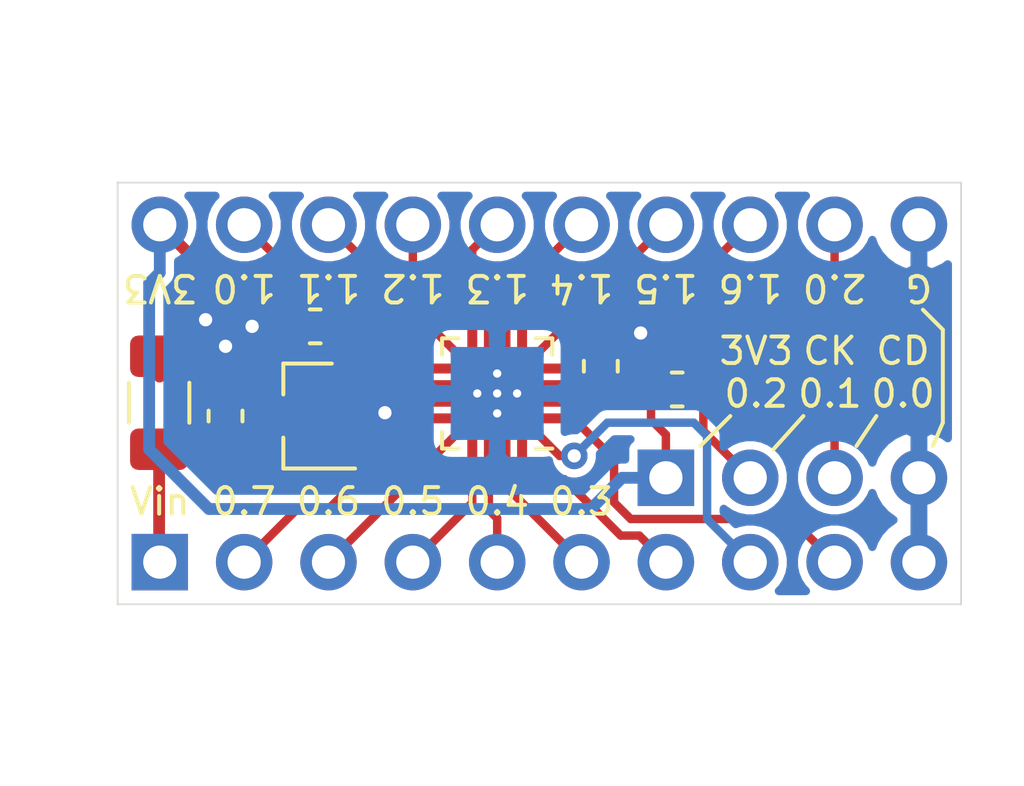
<source format=kicad_pcb>
(kicad_pcb (version 20171130) (host pcbnew 5.1.5-52549c5~84~ubuntu18.04.1)

  (general
    (thickness 1.6)
    (drawings 29)
    (tracks 124)
    (zones 0)
    (modules 10)
    (nets 21)
  )

  (page A4)
  (layers
    (0 F.Cu signal)
    (31 B.Cu signal)
    (32 B.Adhes user)
    (33 F.Adhes user)
    (34 B.Paste user)
    (35 F.Paste user)
    (36 B.SilkS user)
    (37 F.SilkS user)
    (38 B.Mask user)
    (39 F.Mask user)
    (40 Dwgs.User user)
    (41 Cmts.User user)
    (42 Eco1.User user)
    (43 Eco2.User user)
    (44 Edge.Cuts user)
    (45 Margin user)
    (46 B.CrtYd user)
    (47 F.CrtYd user)
    (48 B.Fab user)
    (49 F.Fab user)
  )

  (setup
    (last_trace_width 0.3556)
    (user_trace_width 0.1524)
    (user_trace_width 0.2032)
    (user_trace_width 0.254)
    (user_trace_width 0.3048)
    (user_trace_width 0.3556)
    (trace_clearance 0.2)
    (zone_clearance 0.25)
    (zone_45_only no)
    (trace_min 0.1524)
    (via_size 0.8)
    (via_drill 0.4)
    (via_min_size 0.4)
    (via_min_drill 0.2)
    (user_via 0.5 0.25)
    (user_via 0.8 0.4)
    (uvia_size 0.3)
    (uvia_drill 0.1)
    (uvias_allowed no)
    (uvia_min_size 0.2)
    (uvia_min_drill 0.1)
    (edge_width 0.05)
    (segment_width 0.2)
    (pcb_text_width 0.3)
    (pcb_text_size 1.5 1.5)
    (mod_edge_width 0.12)
    (mod_text_size 1 1)
    (mod_text_width 0.15)
    (pad_size 1.7 1.7)
    (pad_drill 1)
    (pad_to_mask_clearance 0.051)
    (solder_mask_min_width 0.25)
    (aux_axis_origin 0 0)
    (visible_elements FFFFFF7F)
    (pcbplotparams
      (layerselection 0x010fc_ffffffff)
      (usegerberextensions false)
      (usegerberattributes false)
      (usegerberadvancedattributes false)
      (creategerberjobfile false)
      (excludeedgelayer true)
      (linewidth 0.100000)
      (plotframeref false)
      (viasonmask false)
      (mode 1)
      (useauxorigin false)
      (hpglpennumber 1)
      (hpglpenspeed 20)
      (hpglpendiameter 15.000000)
      (psnegative false)
      (psa4output false)
      (plotreference true)
      (plotvalue true)
      (plotinvisibletext false)
      (padsonsilk false)
      (subtractmaskfromsilk false)
      (outputformat 1)
      (mirror false)
      (drillshape 1)
      (scaleselection 1)
      (outputdirectory ""))
  )

  (net 0 "")
  (net 1 GND)
  (net 2 +5V)
  (net 3 +3V3)
  (net 4 /C2CK)
  (net 5 /P0.0)
  (net 6 /P0.1)
  (net 7 /P0.2)
  (net 8 /P0.3)
  (net 9 /P0.4)
  (net 10 /P0.5)
  (net 11 /P0.6)
  (net 12 /P0.7)
  (net 13 /P1.0)
  (net 14 /P1.1)
  (net 15 /P1.2)
  (net 16 /P1.3)
  (net 17 /P1.4)
  (net 18 /P1.5)
  (net 19 /P1.6)
  (net 20 /P2.0)

  (net_class Default "This is the default net class."
    (clearance 0.2)
    (trace_width 0.2)
    (via_dia 0.8)
    (via_drill 0.4)
    (uvia_dia 0.3)
    (uvia_drill 0.1)
    (add_net +3V3)
    (add_net +5V)
    (add_net /C2CK)
    (add_net /P0.0)
    (add_net /P0.1)
    (add_net /P0.2)
    (add_net /P0.3)
    (add_net /P0.4)
    (add_net /P0.5)
    (add_net /P0.6)
    (add_net /P0.7)
    (add_net /P1.0)
    (add_net /P1.1)
    (add_net /P1.2)
    (add_net /P1.3)
    (add_net /P1.4)
    (add_net /P1.5)
    (add_net /P1.6)
    (add_net /P2.0)
    (add_net GND)
  )

  (module Package_DFN_QFN:SiliconLabs_QFN-20-1EP_3x3mm_P0.5mm_ThermalVias (layer F.Cu) (tedit 5E15BF5E) (tstamp 5E15EFB5)
    (at 157.48 96.52 180)
    (descr "20-Lead Plastic Quad Flat, No Lead Package - 3x3 mm Body [QFN] with corner pads and thermal vias; see figure 8.2 of https://www.silabs.com/documents/public/data-sheets/efm8bb1-datasheet.pdf")
    (tags "QFN 0.5")
    (path /5E17296B)
    (attr smd)
    (fp_text reference U1 (at 0 -3 180) (layer F.SilkS) hide
      (effects (font (size 1 1) (thickness 0.15)))
    )
    (fp_text value EFM8BB10F8G-A-QFN20 (at 0 3 180) (layer F.Fab)
      (effects (font (size 1 1) (thickness 0.15)))
    )
    (fp_line (start -1.66 -1.66) (end -1.16 -1.66) (layer F.SilkS) (width 0.12))
    (fp_line (start 1.66 1.66) (end 1.66 1.16) (layer F.SilkS) (width 0.12))
    (fp_line (start 1.16 1.66) (end 1.66 1.66) (layer F.SilkS) (width 0.12))
    (fp_line (start -1.66 1.66) (end -1.66 1.16) (layer F.SilkS) (width 0.12))
    (fp_line (start -1.16 1.66) (end -1.66 1.66) (layer F.SilkS) (width 0.12))
    (fp_line (start 1.66 -1.66) (end 1.66 -1.16) (layer F.SilkS) (width 0.12))
    (fp_line (start 1.16 -1.66) (end 1.66 -1.66) (layer F.SilkS) (width 0.12))
    (fp_line (start 2.25 -2.25) (end -2.25 -2.25) (layer F.CrtYd) (width 0.05))
    (fp_line (start 2.25 2.25) (end 2.25 -2.25) (layer F.CrtYd) (width 0.05))
    (fp_line (start -2.25 2.25) (end 2.25 2.25) (layer F.CrtYd) (width 0.05))
    (fp_line (start -2.25 -2.25) (end -2.25 2.25) (layer F.CrtYd) (width 0.05))
    (fp_line (start 1.5 -1.5) (end 1.5 1.5) (layer F.Fab) (width 0.1))
    (fp_line (start -0.5 -1.5) (end 1.5 -1.5) (layer F.Fab) (width 0.1))
    (fp_line (start -1.5 -0.5) (end -0.5 -1.5) (layer F.Fab) (width 0.1))
    (fp_line (start -1.5 1.5) (end -1.5 -0.5) (layer F.Fab) (width 0.1))
    (fp_line (start 1.5 1.5) (end -1.5 1.5) (layer F.Fab) (width 0.1))
    (fp_text user %R (at 0 0 180) (layer F.Fab)
      (effects (font (size 0.65 0.65) (thickness 0.125)))
    )
    (pad 21 thru_hole circle (at 0.6 0 180) (size 0.5 0.5) (drill 0.25) (layers *.Cu)
      (net 1 GND))
    (pad 21 thru_hole circle (at 0 0.6 180) (size 0.5 0.5) (drill 0.25) (layers *.Cu)
      (net 1 GND))
    (pad 21 thru_hole circle (at 0 0 180) (size 0.5 0.5) (drill 0.25) (layers *.Cu)
      (net 1 GND))
    (pad 21 thru_hole circle (at 0 -0.6 180) (size 0.5 0.5) (drill 0.25) (layers *.Cu)
      (net 1 GND))
    (pad 21 thru_hole circle (at -0.6 0 180) (size 0.5 0.5) (drill 0.25) (layers *.Cu)
      (net 1 GND))
    (pad "" smd rect (at 0.45 0.45 180) (size 0.54 0.54) (layers F.Paste))
    (pad "" smd rect (at 0.45 -0.45 180) (size 0.54 0.54) (layers F.Paste))
    (pad "" smd rect (at -0.45 0.45 180) (size 0.54 0.54) (layers F.Paste))
    (pad "" smd rect (at -0.45 -0.45 180) (size 0.54 0.54) (layers F.Paste))
    (pad 21 smd rect (at 0 0 180) (size 1.8 1.8) (layers F.Cu F.Mask)
      (net 1 GND))
    (pad 21 smd rect (at 0 0 180) (size 2.8 2.8) (layers B.Cu)
      (net 1 GND))
    (pad 20 smd rect (at -0.75 -1.55 270) (size 0.9 0.3) (layers F.Cu F.Paste F.Mask)
      (net 7 /P0.2))
    (pad 19 smd rect (at -0.25 -1.55 270) (size 0.9 0.3) (layers F.Cu F.Paste F.Mask)
      (net 8 /P0.3))
    (pad 18 smd rect (at 0.25 -1.55 270) (size 0.9 0.3) (layers F.Cu F.Paste F.Mask)
      (net 9 /P0.4))
    (pad 17 smd rect (at 0.75 -1.55 270) (size 0.9 0.3) (layers F.Cu F.Paste F.Mask)
      (net 10 /P0.5))
    (pad 16 smd rect (at 1.25 -1.25 180) (size 0.3 0.3) (layers F.Cu F.Paste F.Mask)
      (net 11 /P0.6))
    (pad 15 smd rect (at 1.55 -0.75 180) (size 0.9 0.3) (layers F.Cu F.Paste F.Mask)
      (net 12 /P0.7))
    (pad 14 smd rect (at 1.55 -0.25 180) (size 0.9 0.3) (layers F.Cu F.Paste F.Mask)
      (net 13 /P1.0))
    (pad 13 smd rect (at 1.55 0.25 180) (size 0.9 0.3) (layers F.Cu F.Paste F.Mask)
      (net 14 /P1.1))
    (pad 12 smd rect (at 1.55 0.75 180) (size 0.9 0.3) (layers F.Cu F.Paste F.Mask)
      (net 1 GND))
    (pad 11 smd rect (at 1.25 1.25 180) (size 0.3 0.3) (layers F.Cu F.Paste F.Mask)
      (net 15 /P1.2))
    (pad 10 smd rect (at 0.75 1.55 270) (size 0.9 0.3) (layers F.Cu F.Paste F.Mask)
      (net 16 /P1.3))
    (pad 9 smd rect (at 0.25 1.55 270) (size 0.9 0.3) (layers F.Cu F.Paste F.Mask)
      (net 17 /P1.4))
    (pad 8 smd rect (at -0.25 1.55 270) (size 0.9 0.3) (layers F.Cu F.Paste F.Mask)
      (net 18 /P1.5))
    (pad 7 smd rect (at -0.75 1.55 270) (size 0.9 0.3) (layers F.Cu F.Paste F.Mask)
      (net 19 /P1.6))
    (pad 6 smd rect (at -1.25 1.25 180) (size 0.3 0.3) (layers F.Cu F.Paste F.Mask)
      (net 20 /P2.0))
    (pad 5 smd rect (at -1.55 0.75 180) (size 0.9 0.3) (layers F.Cu F.Paste F.Mask)
      (net 4 /C2CK))
    (pad 4 smd rect (at -1.55 0.25 180) (size 0.9 0.3) (layers F.Cu F.Paste F.Mask)
      (net 3 +3V3))
    (pad 3 smd rect (at -1.55 -0.25 180) (size 0.9 0.3) (layers F.Cu F.Paste F.Mask)
      (net 1 GND))
    (pad 2 smd rect (at -1.55 -0.75 180) (size 0.9 0.3) (layers F.Cu F.Paste F.Mask)
      (net 5 /P0.0))
    (pad 1 smd rect (at -1.25 -1.25 180) (size 0.3 0.3) (layers F.Cu F.Paste F.Mask)
      (net 6 /P0.1))
    (model ${KISYS3DMOD}/Package_DFN_QFN.3dshapes/SiliconLabs_QFN-20-1EP_3x3mm_P0.5mm.wrl
      (at (xyz 0 0 0))
      (scale (xyz 1 1 1))
      (rotate (xyz 0 0 0))
    )
  )

  (module Connector_PinHeader_2.54mm:PinHeader_1x04_P2.54mm_Vertical (layer F.Cu) (tedit 5E15B90E) (tstamp 5E15A973)
    (at 162.56 99.06 90)
    (descr "Through hole straight pin header, 1x04, 2.54mm pitch, single row")
    (tags "Through hole pin header THT 1x04 2.54mm single row")
    (path /5E1746BD)
    (fp_text reference J3 (at 0 -2.33 90) (layer F.SilkS) hide
      (effects (font (size 1 1) (thickness 0.15)))
    )
    (fp_text value Conn_01x04_Male (at 0 9.95 90) (layer F.Fab)
      (effects (font (size 1 1) (thickness 0.15)))
    )
    (fp_text user %R (at 0 3.81 180) (layer F.Fab)
      (effects (font (size 1 1) (thickness 0.15)))
    )
    (fp_line (start 1.8 -1.8) (end -1.8 -1.8) (layer F.CrtYd) (width 0.05))
    (fp_line (start 1.8 9.4) (end 1.8 -1.8) (layer F.CrtYd) (width 0.05))
    (fp_line (start -1.8 9.4) (end 1.8 9.4) (layer F.CrtYd) (width 0.05))
    (fp_line (start -1.8 -1.8) (end -1.8 9.4) (layer F.CrtYd) (width 0.05))
    (fp_line (start -1.27 -0.635) (end -0.635 -1.27) (layer F.Fab) (width 0.1))
    (fp_line (start -1.27 8.89) (end -1.27 -0.635) (layer F.Fab) (width 0.1))
    (fp_line (start 1.27 8.89) (end -1.27 8.89) (layer F.Fab) (width 0.1))
    (fp_line (start 1.27 -1.27) (end 1.27 8.89) (layer F.Fab) (width 0.1))
    (fp_line (start -0.635 -1.27) (end 1.27 -1.27) (layer F.Fab) (width 0.1))
    (pad 4 thru_hole oval (at 0 7.62 90) (size 1.7 1.7) (drill 1) (layers *.Cu *.Mask)
      (net 1 GND))
    (pad 3 thru_hole oval (at 0 5.08 90) (size 1.7 1.7) (drill 1) (layers *.Cu *.Mask)
      (net 20 /P2.0))
    (pad 2 thru_hole oval (at 0 2.54 90) (size 1.7 1.7) (drill 1) (layers *.Cu *.Mask)
      (net 4 /C2CK))
    (pad 1 thru_hole rect (at 0 0 90) (size 1.7 1.7) (drill 1) (layers *.Cu *.Mask)
      (net 3 +3V3))
    (model ${KISYS3DMOD}/Connector_PinHeader_2.54mm.3dshapes/PinHeader_1x04_P2.54mm_Vertical.wrl
      (at (xyz 0 0 0))
      (scale (xyz 1 1 1))
      (rotate (xyz 0 0 0))
    )
  )

  (module Connector_PinHeader_2.54mm:PinHeader_1x10_P2.54mm_Vertical (layer F.Cu) (tedit 5E15B8FA) (tstamp 5E15B883)
    (at 147.32 101.6 90)
    (descr "Through hole straight pin header, 1x10, 2.54mm pitch, single row")
    (tags "Through hole pin header THT 1x10 2.54mm single row")
    (path /5E17B788)
    (fp_text reference J1 (at 0 -2.33 90) (layer F.SilkS) hide
      (effects (font (size 1 1) (thickness 0.15)))
    )
    (fp_text value Conn_01x10_Male (at 0 25.19 90) (layer F.Fab)
      (effects (font (size 1 1) (thickness 0.15)))
    )
    (fp_text user %R (at 0 11.43 180) (layer F.Fab)
      (effects (font (size 1 1) (thickness 0.15)))
    )
    (fp_line (start 1.8 -1.8) (end -1.8 -1.8) (layer F.CrtYd) (width 0.05))
    (fp_line (start 1.8 24.65) (end 1.8 -1.8) (layer F.CrtYd) (width 0.05))
    (fp_line (start -1.8 24.65) (end 1.8 24.65) (layer F.CrtYd) (width 0.05))
    (fp_line (start -1.8 -1.8) (end -1.8 24.65) (layer F.CrtYd) (width 0.05))
    (fp_line (start -1.27 -0.635) (end -0.635 -1.27) (layer F.Fab) (width 0.1))
    (fp_line (start -1.27 24.13) (end -1.27 -0.635) (layer F.Fab) (width 0.1))
    (fp_line (start 1.27 24.13) (end -1.27 24.13) (layer F.Fab) (width 0.1))
    (fp_line (start 1.27 -1.27) (end 1.27 24.13) (layer F.Fab) (width 0.1))
    (fp_line (start -0.635 -1.27) (end 1.27 -1.27) (layer F.Fab) (width 0.1))
    (pad 10 thru_hole oval (at 0 22.86 90) (size 1.7 1.7) (drill 1) (layers *.Cu *.Mask)
      (net 1 GND))
    (pad 9 thru_hole oval (at 0 20.32 90) (size 1.7 1.7) (drill 1) (layers *.Cu *.Mask)
      (net 5 /P0.0))
    (pad 8 thru_hole oval (at 0 17.78 90) (size 1.7 1.7) (drill 1) (layers *.Cu *.Mask)
      (net 6 /P0.1))
    (pad 7 thru_hole oval (at 0 15.24 90) (size 1.7 1.7) (drill 1) (layers *.Cu *.Mask)
      (net 7 /P0.2))
    (pad 6 thru_hole oval (at 0 12.7 90) (size 1.7 1.7) (drill 1) (layers *.Cu *.Mask)
      (net 8 /P0.3))
    (pad 5 thru_hole oval (at 0 10.16 90) (size 1.7 1.7) (drill 1) (layers *.Cu *.Mask)
      (net 9 /P0.4))
    (pad 4 thru_hole oval (at 0 7.62 90) (size 1.7 1.7) (drill 1) (layers *.Cu *.Mask)
      (net 10 /P0.5))
    (pad 3 thru_hole oval (at 0 5.08 90) (size 1.7 1.7) (drill 1) (layers *.Cu *.Mask)
      (net 11 /P0.6))
    (pad 2 thru_hole oval (at 0 2.54 90) (size 1.7 1.7) (drill 1) (layers *.Cu *.Mask)
      (net 12 /P0.7))
    (pad 1 thru_hole rect (at 0 0 90) (size 1.7 1.7) (drill 1) (layers *.Cu *.Mask)
      (net 2 +5V))
    (model ${KISYS3DMOD}/Connector_PinHeader_2.54mm.3dshapes/PinHeader_1x10_P2.54mm_Vertical.wrl
      (at (xyz 0 0 0))
      (scale (xyz 1 1 1))
      (rotate (xyz 0 0 0))
    )
  )

  (module Connector_PinHeader_2.54mm:PinHeader_1x10_P2.54mm_Vertical (layer F.Cu) (tedit 5E15B8E6) (tstamp 5E15A95B)
    (at 170.18 91.44 270)
    (descr "Through hole straight pin header, 1x10, 2.54mm pitch, single row")
    (tags "Through hole pin header THT 1x10 2.54mm single row")
    (path /5E17BE25)
    (fp_text reference J2 (at 0 -2.33 270) (layer F.SilkS) hide
      (effects (font (size 1 1) (thickness 0.15)))
    )
    (fp_text value Conn_01x10_Male (at 0 25.19 270) (layer F.Fab)
      (effects (font (size 1 1) (thickness 0.15)))
    )
    (fp_text user %R (at 0 11.43) (layer F.Fab)
      (effects (font (size 1 1) (thickness 0.15)))
    )
    (fp_line (start 1.8 -1.8) (end -1.8 -1.8) (layer F.CrtYd) (width 0.05))
    (fp_line (start 1.8 24.65) (end 1.8 -1.8) (layer F.CrtYd) (width 0.05))
    (fp_line (start -1.8 24.65) (end 1.8 24.65) (layer F.CrtYd) (width 0.05))
    (fp_line (start -1.8 -1.8) (end -1.8 24.65) (layer F.CrtYd) (width 0.05))
    (fp_line (start -1.27 -0.635) (end -0.635 -1.27) (layer F.Fab) (width 0.1))
    (fp_line (start -1.27 24.13) (end -1.27 -0.635) (layer F.Fab) (width 0.1))
    (fp_line (start 1.27 24.13) (end -1.27 24.13) (layer F.Fab) (width 0.1))
    (fp_line (start 1.27 -1.27) (end 1.27 24.13) (layer F.Fab) (width 0.1))
    (fp_line (start -0.635 -1.27) (end 1.27 -1.27) (layer F.Fab) (width 0.1))
    (pad 10 thru_hole oval (at 0 22.86 270) (size 1.7 1.7) (drill 1) (layers *.Cu *.Mask)
      (net 3 +3V3))
    (pad 9 thru_hole oval (at 0 20.32 270) (size 1.7 1.7) (drill 1) (layers *.Cu *.Mask)
      (net 13 /P1.0))
    (pad 8 thru_hole oval (at 0 17.78 270) (size 1.7 1.7) (drill 1) (layers *.Cu *.Mask)
      (net 14 /P1.1))
    (pad 7 thru_hole oval (at 0 15.24 270) (size 1.7 1.7) (drill 1) (layers *.Cu *.Mask)
      (net 15 /P1.2))
    (pad 6 thru_hole oval (at 0 12.7 270) (size 1.7 1.7) (drill 1) (layers *.Cu *.Mask)
      (net 16 /P1.3))
    (pad 5 thru_hole oval (at 0 10.16 270) (size 1.7 1.7) (drill 1) (layers *.Cu *.Mask)
      (net 17 /P1.4))
    (pad 4 thru_hole oval (at 0 7.62 270) (size 1.7 1.7) (drill 1) (layers *.Cu *.Mask)
      (net 18 /P1.5))
    (pad 3 thru_hole oval (at 0 5.08 270) (size 1.7 1.7) (drill 1) (layers *.Cu *.Mask)
      (net 19 /P1.6))
    (pad 2 thru_hole oval (at 0 2.54 270) (size 1.7 1.7) (drill 1) (layers *.Cu *.Mask)
      (net 20 /P2.0))
    (pad 1 thru_hole oval (at 0 0 270) (size 1.7 1.7) (drill 1) (layers *.Cu *.Mask)
      (net 1 GND))
    (model ${KISYS3DMOD}/Connector_PinHeader_2.54mm.3dshapes/PinHeader_1x10_P2.54mm_Vertical.wrl
      (at (xyz 0 0 0))
      (scale (xyz 1 1 1))
      (rotate (xyz 0 0 0))
    )
  )

  (module Package_TO_SOT_SMD:SOT-23 (layer F.Cu) (tedit 5A02FF57) (tstamp 5E15A9E7)
    (at 151.8 97.2 180)
    (descr "SOT-23, Standard")
    (tags SOT-23)
    (path /5E188FEF)
    (attr smd)
    (fp_text reference U2 (at 0 -2.5) (layer F.SilkS) hide
      (effects (font (size 1 1) (thickness 0.15)))
    )
    (fp_text value MCP1700-3302E_SOT23 (at 0 2.5) (layer F.Fab)
      (effects (font (size 1 1) (thickness 0.15)))
    )
    (fp_line (start 0.76 1.58) (end -0.7 1.58) (layer F.SilkS) (width 0.12))
    (fp_line (start 0.76 -1.58) (end -1.4 -1.58) (layer F.SilkS) (width 0.12))
    (fp_line (start -1.7 1.75) (end -1.7 -1.75) (layer F.CrtYd) (width 0.05))
    (fp_line (start 1.7 1.75) (end -1.7 1.75) (layer F.CrtYd) (width 0.05))
    (fp_line (start 1.7 -1.75) (end 1.7 1.75) (layer F.CrtYd) (width 0.05))
    (fp_line (start -1.7 -1.75) (end 1.7 -1.75) (layer F.CrtYd) (width 0.05))
    (fp_line (start 0.76 -1.58) (end 0.76 -0.65) (layer F.SilkS) (width 0.12))
    (fp_line (start 0.76 1.58) (end 0.76 0.65) (layer F.SilkS) (width 0.12))
    (fp_line (start -0.7 1.52) (end 0.7 1.52) (layer F.Fab) (width 0.1))
    (fp_line (start 0.7 -1.52) (end 0.7 1.52) (layer F.Fab) (width 0.1))
    (fp_line (start -0.7 -0.95) (end -0.15 -1.52) (layer F.Fab) (width 0.1))
    (fp_line (start -0.15 -1.52) (end 0.7 -1.52) (layer F.Fab) (width 0.1))
    (fp_line (start -0.7 -0.95) (end -0.7 1.5) (layer F.Fab) (width 0.1))
    (fp_text user %R (at 0 0 90) (layer F.Fab)
      (effects (font (size 0.5 0.5) (thickness 0.075)))
    )
    (pad 3 smd rect (at 1 0 180) (size 0.9 0.8) (layers F.Cu F.Paste F.Mask)
      (net 2 +5V))
    (pad 2 smd rect (at -1 0.95 180) (size 0.9 0.8) (layers F.Cu F.Paste F.Mask)
      (net 3 +3V3))
    (pad 1 smd rect (at -1 -0.95 180) (size 0.9 0.8) (layers F.Cu F.Paste F.Mask)
      (net 1 GND))
    (model ${KISYS3DMOD}/Package_TO_SOT_SMD.3dshapes/SOT-23.wrl
      (at (xyz 0 0 0))
      (scale (xyz 1 1 1))
      (rotate (xyz 0 0 0))
    )
  )

  (module Resistor_SMD:R_0603_1608Metric (layer F.Cu) (tedit 5B301BBD) (tstamp 5E15A984)
    (at 162.9 96.4)
    (descr "Resistor SMD 0603 (1608 Metric), square (rectangular) end terminal, IPC_7351 nominal, (Body size source: http://www.tortai-tech.com/upload/download/2011102023233369053.pdf), generated with kicad-footprint-generator")
    (tags resistor)
    (path /5E1733F6)
    (attr smd)
    (fp_text reference R1 (at 0 -1.43) (layer F.SilkS) hide
      (effects (font (size 1 1) (thickness 0.15)))
    )
    (fp_text value 1k (at 0 1.43) (layer F.Fab)
      (effects (font (size 1 1) (thickness 0.15)))
    )
    (fp_text user %R (at 0 0) (layer F.Fab)
      (effects (font (size 0.4 0.4) (thickness 0.06)))
    )
    (fp_line (start 1.48 0.73) (end -1.48 0.73) (layer F.CrtYd) (width 0.05))
    (fp_line (start 1.48 -0.73) (end 1.48 0.73) (layer F.CrtYd) (width 0.05))
    (fp_line (start -1.48 -0.73) (end 1.48 -0.73) (layer F.CrtYd) (width 0.05))
    (fp_line (start -1.48 0.73) (end -1.48 -0.73) (layer F.CrtYd) (width 0.05))
    (fp_line (start -0.162779 0.51) (end 0.162779 0.51) (layer F.SilkS) (width 0.12))
    (fp_line (start -0.162779 -0.51) (end 0.162779 -0.51) (layer F.SilkS) (width 0.12))
    (fp_line (start 0.8 0.4) (end -0.8 0.4) (layer F.Fab) (width 0.1))
    (fp_line (start 0.8 -0.4) (end 0.8 0.4) (layer F.Fab) (width 0.1))
    (fp_line (start -0.8 -0.4) (end 0.8 -0.4) (layer F.Fab) (width 0.1))
    (fp_line (start -0.8 0.4) (end -0.8 -0.4) (layer F.Fab) (width 0.1))
    (pad 2 smd roundrect (at 0.7875 0) (size 0.875 0.95) (layers F.Cu F.Paste F.Mask) (roundrect_rratio 0.25)
      (net 4 /C2CK))
    (pad 1 smd roundrect (at -0.7875 0) (size 0.875 0.95) (layers F.Cu F.Paste F.Mask) (roundrect_rratio 0.25)
      (net 3 +3V3))
    (model ${KISYS3DMOD}/Resistor_SMD.3dshapes/R_0603_1608Metric.wrl
      (at (xyz 0 0 0))
      (scale (xyz 1 1 1))
      (rotate (xyz 0 0 0))
    )
  )

  (module Capacitor_SMD:C_1206_3216Metric (layer F.Cu) (tedit 5B301BBE) (tstamp 5E15B80B)
    (at 147.3 96.8 90)
    (descr "Capacitor SMD 1206 (3216 Metric), square (rectangular) end terminal, IPC_7351 nominal, (Body size source: http://www.tortai-tech.com/upload/download/2011102023233369053.pdf), generated with kicad-footprint-generator")
    (tags capacitor)
    (path /5E173D05)
    (attr smd)
    (fp_text reference C4 (at 0 -1.82 90) (layer F.SilkS) hide
      (effects (font (size 1 1) (thickness 0.15)))
    )
    (fp_text value 10u (at 0 1.82 90) (layer F.Fab)
      (effects (font (size 1 1) (thickness 0.15)))
    )
    (fp_text user %R (at 0 0 90) (layer F.Fab)
      (effects (font (size 0.8 0.8) (thickness 0.12)))
    )
    (fp_line (start 2.28 1.12) (end -2.28 1.12) (layer F.CrtYd) (width 0.05))
    (fp_line (start 2.28 -1.12) (end 2.28 1.12) (layer F.CrtYd) (width 0.05))
    (fp_line (start -2.28 -1.12) (end 2.28 -1.12) (layer F.CrtYd) (width 0.05))
    (fp_line (start -2.28 1.12) (end -2.28 -1.12) (layer F.CrtYd) (width 0.05))
    (fp_line (start -0.602064 0.91) (end 0.602064 0.91) (layer F.SilkS) (width 0.12))
    (fp_line (start -0.602064 -0.91) (end 0.602064 -0.91) (layer F.SilkS) (width 0.12))
    (fp_line (start 1.6 0.8) (end -1.6 0.8) (layer F.Fab) (width 0.1))
    (fp_line (start 1.6 -0.8) (end 1.6 0.8) (layer F.Fab) (width 0.1))
    (fp_line (start -1.6 -0.8) (end 1.6 -0.8) (layer F.Fab) (width 0.1))
    (fp_line (start -1.6 0.8) (end -1.6 -0.8) (layer F.Fab) (width 0.1))
    (pad 2 smd roundrect (at 1.4 0 90) (size 1.25 1.75) (layers F.Cu F.Paste F.Mask) (roundrect_rratio 0.2)
      (net 1 GND))
    (pad 1 smd roundrect (at -1.4 0 90) (size 1.25 1.75) (layers F.Cu F.Paste F.Mask) (roundrect_rratio 0.2)
      (net 2 +5V))
    (model ${KISYS3DMOD}/Capacitor_SMD.3dshapes/C_1206_3216Metric.wrl
      (at (xyz 0 0 0))
      (scale (xyz 1 1 1))
      (rotate (xyz 0 0 0))
    )
  )

  (module Capacitor_SMD:C_0603_1608Metric (layer F.Cu) (tedit 5B301BBE) (tstamp 5E15A90E)
    (at 152 94.5 180)
    (descr "Capacitor SMD 0603 (1608 Metric), square (rectangular) end terminal, IPC_7351 nominal, (Body size source: http://www.tortai-tech.com/upload/download/2011102023233369053.pdf), generated with kicad-footprint-generator")
    (tags capacitor)
    (path /5E188124)
    (attr smd)
    (fp_text reference C3 (at 0 -1.43) (layer F.SilkS) hide
      (effects (font (size 1 1) (thickness 0.15)))
    )
    (fp_text value 1u (at 0 1.43) (layer F.Fab)
      (effects (font (size 1 1) (thickness 0.15)))
    )
    (fp_text user %R (at 0 0) (layer F.Fab)
      (effects (font (size 0.4 0.4) (thickness 0.06)))
    )
    (fp_line (start 1.48 0.73) (end -1.48 0.73) (layer F.CrtYd) (width 0.05))
    (fp_line (start 1.48 -0.73) (end 1.48 0.73) (layer F.CrtYd) (width 0.05))
    (fp_line (start -1.48 -0.73) (end 1.48 -0.73) (layer F.CrtYd) (width 0.05))
    (fp_line (start -1.48 0.73) (end -1.48 -0.73) (layer F.CrtYd) (width 0.05))
    (fp_line (start -0.162779 0.51) (end 0.162779 0.51) (layer F.SilkS) (width 0.12))
    (fp_line (start -0.162779 -0.51) (end 0.162779 -0.51) (layer F.SilkS) (width 0.12))
    (fp_line (start 0.8 0.4) (end -0.8 0.4) (layer F.Fab) (width 0.1))
    (fp_line (start 0.8 -0.4) (end 0.8 0.4) (layer F.Fab) (width 0.1))
    (fp_line (start -0.8 -0.4) (end 0.8 -0.4) (layer F.Fab) (width 0.1))
    (fp_line (start -0.8 0.4) (end -0.8 -0.4) (layer F.Fab) (width 0.1))
    (pad 2 smd roundrect (at 0.7875 0 180) (size 0.875 0.95) (layers F.Cu F.Paste F.Mask) (roundrect_rratio 0.25)
      (net 1 GND))
    (pad 1 smd roundrect (at -0.7875 0 180) (size 0.875 0.95) (layers F.Cu F.Paste F.Mask) (roundrect_rratio 0.25)
      (net 3 +3V3))
    (model ${KISYS3DMOD}/Capacitor_SMD.3dshapes/C_0603_1608Metric.wrl
      (at (xyz 0 0 0))
      (scale (xyz 1 1 1))
      (rotate (xyz 0 0 0))
    )
  )

  (module Capacitor_SMD:C_0603_1608Metric (layer F.Cu) (tedit 5B301BBE) (tstamp 5E15A8FD)
    (at 149.3 97.2 90)
    (descr "Capacitor SMD 0603 (1608 Metric), square (rectangular) end terminal, IPC_7351 nominal, (Body size source: http://www.tortai-tech.com/upload/download/2011102023233369053.pdf), generated with kicad-footprint-generator")
    (tags capacitor)
    (path /5E1735A9)
    (attr smd)
    (fp_text reference C2 (at 0 -1.43 90) (layer F.SilkS) hide
      (effects (font (size 1 1) (thickness 0.15)))
    )
    (fp_text value 1u (at 0 1.43 90) (layer F.Fab)
      (effects (font (size 1 1) (thickness 0.15)))
    )
    (fp_text user %R (at 0 0 90) (layer F.Fab)
      (effects (font (size 0.4 0.4) (thickness 0.06)))
    )
    (fp_line (start 1.48 0.73) (end -1.48 0.73) (layer F.CrtYd) (width 0.05))
    (fp_line (start 1.48 -0.73) (end 1.48 0.73) (layer F.CrtYd) (width 0.05))
    (fp_line (start -1.48 -0.73) (end 1.48 -0.73) (layer F.CrtYd) (width 0.05))
    (fp_line (start -1.48 0.73) (end -1.48 -0.73) (layer F.CrtYd) (width 0.05))
    (fp_line (start -0.162779 0.51) (end 0.162779 0.51) (layer F.SilkS) (width 0.12))
    (fp_line (start -0.162779 -0.51) (end 0.162779 -0.51) (layer F.SilkS) (width 0.12))
    (fp_line (start 0.8 0.4) (end -0.8 0.4) (layer F.Fab) (width 0.1))
    (fp_line (start 0.8 -0.4) (end 0.8 0.4) (layer F.Fab) (width 0.1))
    (fp_line (start -0.8 -0.4) (end 0.8 -0.4) (layer F.Fab) (width 0.1))
    (fp_line (start -0.8 0.4) (end -0.8 -0.4) (layer F.Fab) (width 0.1))
    (pad 2 smd roundrect (at 0.7875 0 90) (size 0.875 0.95) (layers F.Cu F.Paste F.Mask) (roundrect_rratio 0.25)
      (net 1 GND))
    (pad 1 smd roundrect (at -0.7875 0 90) (size 0.875 0.95) (layers F.Cu F.Paste F.Mask) (roundrect_rratio 0.25)
      (net 2 +5V))
    (model ${KISYS3DMOD}/Capacitor_SMD.3dshapes/C_0603_1608Metric.wrl
      (at (xyz 0 0 0))
      (scale (xyz 1 1 1))
      (rotate (xyz 0 0 0))
    )
  )

  (module Capacitor_SMD:C_0603_1608Metric (layer F.Cu) (tedit 5B301BBE) (tstamp 5E15A8EC)
    (at 160.6 95.7 90)
    (descr "Capacitor SMD 0603 (1608 Metric), square (rectangular) end terminal, IPC_7351 nominal, (Body size source: http://www.tortai-tech.com/upload/download/2011102023233369053.pdf), generated with kicad-footprint-generator")
    (tags capacitor)
    (path /5E187E6C)
    (attr smd)
    (fp_text reference C1 (at 0 -1.43 90) (layer F.SilkS) hide
      (effects (font (size 1 1) (thickness 0.15)))
    )
    (fp_text value 100n (at 0 1.43 90) (layer F.Fab)
      (effects (font (size 1 1) (thickness 0.15)))
    )
    (fp_text user %R (at 0 0 90) (layer F.Fab)
      (effects (font (size 0.4 0.4) (thickness 0.06)))
    )
    (fp_line (start 1.48 0.73) (end -1.48 0.73) (layer F.CrtYd) (width 0.05))
    (fp_line (start 1.48 -0.73) (end 1.48 0.73) (layer F.CrtYd) (width 0.05))
    (fp_line (start -1.48 -0.73) (end 1.48 -0.73) (layer F.CrtYd) (width 0.05))
    (fp_line (start -1.48 0.73) (end -1.48 -0.73) (layer F.CrtYd) (width 0.05))
    (fp_line (start -0.162779 0.51) (end 0.162779 0.51) (layer F.SilkS) (width 0.12))
    (fp_line (start -0.162779 -0.51) (end 0.162779 -0.51) (layer F.SilkS) (width 0.12))
    (fp_line (start 0.8 0.4) (end -0.8 0.4) (layer F.Fab) (width 0.1))
    (fp_line (start 0.8 -0.4) (end 0.8 0.4) (layer F.Fab) (width 0.1))
    (fp_line (start -0.8 -0.4) (end 0.8 -0.4) (layer F.Fab) (width 0.1))
    (fp_line (start -0.8 0.4) (end -0.8 -0.4) (layer F.Fab) (width 0.1))
    (pad 2 smd roundrect (at 0.7875 0 90) (size 0.875 0.95) (layers F.Cu F.Paste F.Mask) (roundrect_rratio 0.25)
      (net 1 GND))
    (pad 1 smd roundrect (at -0.7875 0 90) (size 0.875 0.95) (layers F.Cu F.Paste F.Mask) (roundrect_rratio 0.25)
      (net 3 +3V3))
    (model ${KISYS3DMOD}/Capacitor_SMD.3dshapes/C_0603_1608Metric.wrl
      (at (xyz 0 0 0))
      (scale (xyz 1 1 1))
      (rotate (xyz 0 0 0))
    )
  )

  (gr_line (start 170.9 97.4) (end 170.6 98.1) (layer F.SilkS) (width 0.12))
  (gr_line (start 170.9 94.6) (end 170.9 97.4) (layer F.SilkS) (width 0.12))
  (gr_line (start 170.3 94) (end 170.9 94.6) (layer F.SilkS) (width 0.12))
  (gr_line (start 168.9 97.2) (end 168.3 98.1) (layer F.SilkS) (width 0.12) (tstamp 5E1659A6))
  (gr_line (start 166.7 97.2) (end 165.8 98.2) (layer F.SilkS) (width 0.12) (tstamp 5E1659A4))
  (gr_line (start 164.5 97.2) (end 163.6 98.1) (layer F.SilkS) (width 0.12))
  (gr_text "3V3\n0.2" (at 165.281 95.885) (layer F.SilkS) (tstamp 5E16505A)
    (effects (font (size 0.8 0.8) (thickness 0.12)))
  )
  (gr_text "CD\n0.0" (at 169.7 95.885) (layer F.SilkS) (tstamp 5E165058)
    (effects (font (size 0.8 0.8) (thickness 0.12)))
  )
  (gr_text "CK\n0.1" (at 167.5 95.885) (layer F.SilkS) (tstamp 5E16517C)
    (effects (font (size 0.8 0.8) (thickness 0.12)))
  )
  (gr_text Vin (at 147.32 99.776) (layer F.SilkS) (tstamp 5E165039)
    (effects (font (size 0.8 0.8) (thickness 0.12)))
  )
  (gr_text G (at 170.18 93.345 180) (layer F.SilkS) (tstamp 5E164F5B)
    (effects (font (size 0.8 0.8) (thickness 0.12)))
  )
  (gr_text 2.0 (at 167.64 93.345 180) (layer F.SilkS) (tstamp 5E164F59)
    (effects (font (size 0.8 0.8) (thickness 0.12)))
  )
  (gr_text 1.6 (at 165.1 93.345 180) (layer F.SilkS) (tstamp 5E164F57)
    (effects (font (size 0.8 0.8) (thickness 0.12)))
  )
  (gr_text 1.5 (at 162.56 93.345 180) (layer F.SilkS) (tstamp 5E164F51)
    (effects (font (size 0.8 0.8) (thickness 0.12)))
  )
  (gr_text 1.4 (at 160.02 93.345 180) (layer F.SilkS) (tstamp 5E164F4F)
    (effects (font (size 0.8 0.8) (thickness 0.12)))
  )
  (gr_text 1.3 (at 157.48 93.345 180) (layer F.SilkS) (tstamp 5E164F4D)
    (effects (font (size 0.8 0.8) (thickness 0.12)))
  )
  (gr_text 1.2 (at 154.94 93.345 180) (layer F.SilkS) (tstamp 5E164F4B)
    (effects (font (size 0.8 0.8) (thickness 0.12)))
  )
  (gr_text 1.1 (at 152.4 93.345 180) (layer F.SilkS) (tstamp 5E164F49)
    (effects (font (size 0.8 0.8) (thickness 0.12)))
  )
  (gr_text 1.0 (at 149.86 93.345 180) (layer F.SilkS) (tstamp 5E164F47)
    (effects (font (size 0.8 0.8) (thickness 0.12)))
  )
  (gr_text 3V3 (at 147.32 93.345 180) (layer F.SilkS) (tstamp 5E164F40)
    (effects (font (size 0.8 0.8) (thickness 0.12)))
  )
  (gr_text 0.3 (at 160.02 99.776) (layer F.SilkS) (tstamp 5E164E27)
    (effects (font (size 0.8 0.8) (thickness 0.12)))
  )
  (gr_text 0.4 (at 157.48 99.776) (layer F.SilkS) (tstamp 5E164E25)
    (effects (font (size 0.8 0.8) (thickness 0.12)))
  )
  (gr_text 0.5 (at 154.94 99.776) (layer F.SilkS) (tstamp 5E164E23)
    (effects (font (size 0.8 0.8) (thickness 0.12)))
  )
  (gr_text 0.6 (at 152.4 99.776) (layer F.SilkS) (tstamp 5E164E21)
    (effects (font (size 0.8 0.8) (thickness 0.12)))
  )
  (gr_text 0.7 (at 149.86 99.776) (layer F.SilkS)
    (effects (font (size 0.8 0.8) (thickness 0.12)))
  )
  (gr_line (start 146.05 90.17) (end 146.05 102.87) (layer Edge.Cuts) (width 0.05) (tstamp 5E15EEAF))
  (gr_line (start 171.45 90.17) (end 146.05 90.17) (layer Edge.Cuts) (width 0.05) (tstamp 5E15FE3F))
  (gr_line (start 171.45 102.87) (end 171.45 90.17) (layer Edge.Cuts) (width 0.05))
  (gr_line (start 146.05 102.87) (end 171.45 102.87) (layer Edge.Cuts) (width 0.05))

  (segment (start 147.3125 96.0125) (end 147.3 96) (width 0.3556) (layer F.Cu) (net 1))
  (via (at 150.1 94.5) (size 0.8) (drill 0.4) (layers F.Cu B.Cu) (net 1))
  (via (at 149.3 95.1) (size 0.8) (drill 0.4) (layers F.Cu B.Cu) (net 1))
  (segment (start 156.73 95.77) (end 157.48 96.52) (width 0.254) (layer F.Cu) (net 1))
  (segment (start 155.93 95.77) (end 156.73 95.77) (width 0.254) (layer F.Cu) (net 1))
  (segment (start 158.18 96.77) (end 157.93 96.52) (width 0.254) (layer F.Cu) (net 1))
  (segment (start 159.03 96.77) (end 158.18 96.77) (width 0.254) (layer F.Cu) (net 1))
  (segment (start 160.6 94.9125) (end 161.5875 94.9125) (width 0.3556) (layer F.Cu) (net 1))
  (via (at 161.8 94.7) (size 0.8) (drill 0.4) (layers F.Cu B.Cu) (net 1))
  (segment (start 161.5875 94.9125) (end 161.8 94.7) (width 0.3556) (layer F.Cu) (net 1))
  (via (at 154.1 97.1) (size 0.8) (drill 0.4) (layers F.Cu B.Cu) (net 1))
  (via (at 148.7 94.3) (size 0.8) (drill 0.4) (layers F.Cu B.Cu) (net 1) (tstamp 5E16576C))
  (segment (start 149.3 96.4125) (end 149.3 95.1) (width 0.3556) (layer F.Cu) (net 1))
  (segment (start 153.05 98.15) (end 154.1 97.1) (width 0.3556) (layer F.Cu) (net 1))
  (segment (start 152.8 98.15) (end 153.05 98.15) (width 0.3556) (layer F.Cu) (net 1))
  (segment (start 151.2125 94.5) (end 150.1 94.5) (width 0.3556) (layer F.Cu) (net 1))
  (segment (start 147.6 95.4) (end 148.7 94.3) (width 0.3556) (layer F.Cu) (net 1))
  (segment (start 147.3 95.4) (end 147.6 95.4) (width 0.3556) (layer F.Cu) (net 1))
  (via (at 159.8 98.4) (size 0.8) (drill 0.4) (layers F.Cu B.Cu) (net 6))
  (segment (start 147.32 98.82) (end 147.3 98.8) (width 0.3556) (layer F.Cu) (net 2))
  (segment (start 147.3 101.58) (end 147.32 101.6) (width 0.3556) (layer F.Cu) (net 2))
  (segment (start 147.3 98.2) (end 147.3 101.58) (width 0.3556) (layer F.Cu) (net 2))
  (segment (start 148.6125 97.9875) (end 149.3 97.9875) (width 0.3556) (layer F.Cu) (net 2))
  (segment (start 147.3 98.2) (end 148.4 98.2) (width 0.3556) (layer F.Cu) (net 2))
  (segment (start 148.4 98.2) (end 148.6125 97.9875) (width 0.3556) (layer F.Cu) (net 2))
  (segment (start 150.0125 97.9875) (end 150.8 97.2) (width 0.3556) (layer F.Cu) (net 2))
  (segment (start 149.3 97.9875) (end 150.0125 97.9875) (width 0.3556) (layer F.Cu) (net 2))
  (segment (start 147.32 91.44) (end 149.18 93.3) (width 0.3556) (layer F.Cu) (net 3))
  (segment (start 152.7875 95.8375) (end 152.8 95.85) (width 0.3556) (layer F.Cu) (net 3))
  (segment (start 159.03 96.27) (end 159.77 96.27) (width 0.254) (layer F.Cu) (net 3))
  (segment (start 159.9875 96.4875) (end 160.6 96.4875) (width 0.254) (layer F.Cu) (net 3))
  (segment (start 159.77 96.27) (end 159.9875 96.4875) (width 0.254) (layer F.Cu) (net 3))
  (segment (start 160.6 96.4875) (end 161.3125 96.4875) (width 0.254) (layer F.Cu) (net 3))
  (segment (start 161.4 96.4) (end 162.1125 96.4) (width 0.254) (layer F.Cu) (net 3))
  (segment (start 161.3125 96.4875) (end 161.4 96.4) (width 0.254) (layer F.Cu) (net 3))
  (segment (start 162.1125 96.4) (end 162.1125 97.3125) (width 0.254) (layer F.Cu) (net 3))
  (segment (start 162.56 97.76) (end 162.56 99.06) (width 0.254) (layer F.Cu) (net 3))
  (segment (start 162.1125 97.3125) (end 162.56 97.76) (width 0.254) (layer F.Cu) (net 3))
  (segment (start 147.32 92.88) (end 147 93.2) (width 0.3556) (layer B.Cu) (net 3))
  (segment (start 148.8 100) (end 160.3 100) (width 0.3556) (layer B.Cu) (net 3))
  (segment (start 147 93.2) (end 147 98.2) (width 0.3556) (layer B.Cu) (net 3))
  (segment (start 147 98.2) (end 148.8 100) (width 0.3556) (layer B.Cu) (net 3))
  (segment (start 161.24 99.06) (end 162.56 99.06) (width 0.3556) (layer B.Cu) (net 3))
  (segment (start 147.32 91.44) (end 147.32 92.88) (width 0.3556) (layer B.Cu) (net 3))
  (segment (start 160.3 100) (end 161.24 99.06) (width 0.3556) (layer B.Cu) (net 3))
  (segment (start 151.5875 93.3) (end 152.7875 94.5) (width 0.3556) (layer F.Cu) (net 3))
  (segment (start 149.18 93.3) (end 151.5875 93.3) (width 0.3556) (layer F.Cu) (net 3))
  (segment (start 152.8 94.5125) (end 152.7875 94.5) (width 0.3556) (layer F.Cu) (net 3))
  (segment (start 152.8 96.25) (end 152.8 94.5125) (width 0.3556) (layer F.Cu) (net 3))
  (segment (start 162.7875 95.5) (end 163.6875 96.4) (width 0.254) (layer F.Cu) (net 4))
  (segment (start 161.4 95.5) (end 162.7875 95.5) (width 0.254) (layer F.Cu) (net 4))
  (segment (start 159.9 95.7) (end 161.2 95.7) (width 0.254) (layer F.Cu) (net 4))
  (segment (start 161.2 95.7) (end 161.4 95.5) (width 0.254) (layer F.Cu) (net 4))
  (segment (start 159.03 95.77) (end 159.83 95.77) (width 0.254) (layer F.Cu) (net 4))
  (segment (start 159.83 95.77) (end 159.9 95.7) (width 0.254) (layer F.Cu) (net 4))
  (segment (start 163.6875 97.6475) (end 165.1 99.06) (width 0.254) (layer F.Cu) (net 4))
  (segment (start 163.6875 96.4) (end 163.6875 97.6475) (width 0.254) (layer F.Cu) (net 4))
  (segment (start 161 98.5) (end 159.77 97.27) (width 0.254) (layer F.Cu) (net 5))
  (segment (start 161 99.8) (end 161 98.5) (width 0.254) (layer F.Cu) (net 5))
  (segment (start 161.5 100.3) (end 161 99.8) (width 0.254) (layer F.Cu) (net 5))
  (segment (start 167.64 101.6) (end 166.34 100.3) (width 0.254) (layer F.Cu) (net 5))
  (segment (start 159.77 97.27) (end 159.03 97.27) (width 0.254) (layer F.Cu) (net 5))
  (segment (start 166.34 100.3) (end 161.5 100.3) (width 0.254) (layer F.Cu) (net 5))
  (segment (start 159.36 98.4) (end 159.8 98.4) (width 0.254) (layer F.Cu) (net 6))
  (segment (start 158.73 97.77) (end 159.36 98.4) (width 0.254) (layer F.Cu) (net 6))
  (segment (start 165.1 101.6) (end 163.8 100.3) (width 0.254) (layer B.Cu) (net 6))
  (segment (start 163.8 100.3) (end 163.8 97.8) (width 0.254) (layer B.Cu) (net 6))
  (segment (start 163.8 97.8) (end 163.4 97.4) (width 0.254) (layer B.Cu) (net 6))
  (segment (start 160.8 97.4) (end 159.8 98.4) (width 0.254) (layer B.Cu) (net 6))
  (segment (start 163.4 97.4) (end 160.8 97.4) (width 0.254) (layer B.Cu) (net 6))
  (segment (start 162.56 101.6) (end 161.76 100.8) (width 0.254) (layer F.Cu) (net 7))
  (segment (start 161.76 100.8) (end 161.2 100.8) (width 0.254) (layer F.Cu) (net 7))
  (segment (start 161.2 100.8) (end 159.5 99.1) (width 0.254) (layer F.Cu) (net 7))
  (segment (start 159.5 99.1) (end 158.6 99.1) (width 0.254) (layer F.Cu) (net 7))
  (segment (start 158.23 98.73) (end 158.23 98.07) (width 0.254) (layer F.Cu) (net 7))
  (segment (start 158.6 99.1) (end 158.23 98.73) (width 0.254) (layer F.Cu) (net 7))
  (segment (start 157.73 99.31) (end 160.02 101.6) (width 0.254) (layer F.Cu) (net 8))
  (segment (start 157.73 98.07) (end 157.73 99.31) (width 0.254) (layer F.Cu) (net 8))
  (segment (start 157.23 98.07) (end 157.23 100.03) (width 0.254) (layer F.Cu) (net 9))
  (segment (start 157.48 100.28) (end 157.48 101.6) (width 0.254) (layer F.Cu) (net 9))
  (segment (start 157.23 100.03) (end 157.48 100.28) (width 0.254) (layer F.Cu) (net 9))
  (segment (start 156.73 99.81) (end 154.94 101.6) (width 0.254) (layer F.Cu) (net 10))
  (segment (start 156.73 98.07) (end 156.73 99.81) (width 0.254) (layer F.Cu) (net 10))
  (segment (start 156.23 97.77) (end 152.4 101.6) (width 0.254) (layer F.Cu) (net 11))
  (segment (start 155.93 97.27) (end 155.13 97.27) (width 0.254) (layer F.Cu) (net 12))
  (segment (start 155.13 97.27) (end 152.4 100) (width 0.254) (layer F.Cu) (net 12))
  (segment (start 151.46 100) (end 149.86 101.6) (width 0.254) (layer F.Cu) (net 12))
  (segment (start 152.4 100) (end 151.46 100) (width 0.254) (layer F.Cu) (net 12))
  (segment (start 151.12 92.7) (end 149.86 91.44) (width 0.254) (layer F.Cu) (net 13))
  (segment (start 152.8 92.7) (end 151.12 92.7) (width 0.254) (layer F.Cu) (net 13))
  (segment (start 153.8 93.7) (end 152.8 92.7) (width 0.254) (layer F.Cu) (net 13))
  (segment (start 153.8 95.7) (end 153.8 93.7) (width 0.254) (layer F.Cu) (net 13))
  (segment (start 155.93 96.77) (end 154.87 96.77) (width 0.254) (layer F.Cu) (net 13))
  (segment (start 154.87 96.77) (end 153.8 95.7) (width 0.254) (layer F.Cu) (net 13))
  (segment (start 155.17 96.27) (end 155.93 96.27) (width 0.254) (layer F.Cu) (net 14))
  (segment (start 154.3 95.4) (end 155.17 96.27) (width 0.254) (layer F.Cu) (net 14))
  (segment (start 152.4 91.44) (end 154.3 93.34) (width 0.254) (layer F.Cu) (net 14))
  (segment (start 154.3 93.34) (end 154.3 95.4) (width 0.254) (layer F.Cu) (net 14))
  (segment (start 154.94 93.98) (end 154.94 91.44) (width 0.254) (layer F.Cu) (net 15))
  (segment (start 156.23 95.27) (end 154.94 93.98) (width 0.254) (layer F.Cu) (net 15))
  (segment (start 156.73 92.19) (end 157.48 91.44) (width 0.254) (layer F.Cu) (net 16))
  (segment (start 156.73 94.97) (end 156.73 92.19) (width 0.254) (layer F.Cu) (net 16))
  (segment (start 157.23 94.97) (end 157.23 93.87) (width 0.254) (layer F.Cu) (net 17))
  (segment (start 157.23 93.87) (end 158.5 92.6) (width 0.254) (layer F.Cu) (net 17))
  (segment (start 158.86 92.6) (end 158.5 92.6) (width 0.254) (layer F.Cu) (net 17))
  (segment (start 160.02 91.44) (end 158.86 92.6) (width 0.254) (layer F.Cu) (net 17))
  (segment (start 157.73 94.07) (end 158.7 93.1) (width 0.254) (layer F.Cu) (net 18))
  (segment (start 157.73 94.97) (end 157.73 94.07) (width 0.254) (layer F.Cu) (net 18))
  (segment (start 158.7 93.1) (end 160.9 93.1) (width 0.254) (layer F.Cu) (net 18))
  (segment (start 160.9 93.1) (end 162.56 91.44) (width 0.254) (layer F.Cu) (net 18))
  (segment (start 163.34 93.2) (end 165.1 91.44) (width 0.254) (layer F.Cu) (net 19))
  (segment (start 161.5 93.2) (end 163.34 93.2) (width 0.254) (layer F.Cu) (net 19))
  (segment (start 161.1 93.6) (end 161.5 93.2) (width 0.254) (layer F.Cu) (net 19))
  (segment (start 158.9 93.6) (end 161.1 93.6) (width 0.254) (layer F.Cu) (net 19))
  (segment (start 158.23 94.97) (end 158.23 94.27) (width 0.254) (layer F.Cu) (net 19))
  (segment (start 158.23 94.27) (end 158.9 93.6) (width 0.254) (layer F.Cu) (net 19))
  (segment (start 167.64 95.25) (end 167.64 99.06) (width 0.254) (layer F.Cu) (net 20))
  (segment (start 167.64 91.44) (end 167.64 93.74) (width 0.254) (layer F.Cu) (net 20))
  (segment (start 159.9 94.1) (end 158.73 95.27) (width 0.254) (layer F.Cu) (net 20))
  (segment (start 167.64 93.74) (end 167.64 95.25) (width 0.254) (layer F.Cu) (net 20))
  (segment (start 167.64 93.74) (end 167.6 93.7) (width 0.254) (layer F.Cu) (net 20))
  (segment (start 167.6 93.7) (end 161.7 93.7) (width 0.254) (layer F.Cu) (net 20))
  (segment (start 161.7 93.7) (end 161.3 94.1) (width 0.254) (layer F.Cu) (net 20))
  (segment (start 161.3 94.1) (end 159.9 94.1) (width 0.254) (layer F.Cu) (net 20))

  (zone (net 1) (net_name GND) (layer B.Cu) (tstamp 0) (hatch edge 0.508)
    (connect_pads (clearance 0.25))
    (min_thickness 0.25)
    (fill yes (arc_segments 32) (thermal_gap 0.508) (thermal_bridge_width 0.508))
    (polygon
      (pts
        (xy 171.45 102.87) (xy 146.05 102.87) (xy 146.05 90.17) (xy 171.45 90.17)
      )
    )
    (filled_polygon
      (pts
        (xy 148.908481 90.659108) (xy 148.774419 90.859745) (xy 148.682076 91.082681) (xy 148.635 91.319348) (xy 148.635 91.560652)
        (xy 148.682076 91.797319) (xy 148.774419 92.020255) (xy 148.908481 92.220892) (xy 149.079108 92.391519) (xy 149.279745 92.525581)
        (xy 149.502681 92.617924) (xy 149.739348 92.665) (xy 149.980652 92.665) (xy 150.217319 92.617924) (xy 150.440255 92.525581)
        (xy 150.640892 92.391519) (xy 150.811519 92.220892) (xy 150.945581 92.020255) (xy 151.037924 91.797319) (xy 151.085 91.560652)
        (xy 151.085 91.319348) (xy 151.037924 91.082681) (xy 150.945581 90.859745) (xy 150.811519 90.659108) (xy 150.722411 90.57)
        (xy 151.537589 90.57) (xy 151.448481 90.659108) (xy 151.314419 90.859745) (xy 151.222076 91.082681) (xy 151.175 91.319348)
        (xy 151.175 91.560652) (xy 151.222076 91.797319) (xy 151.314419 92.020255) (xy 151.448481 92.220892) (xy 151.619108 92.391519)
        (xy 151.819745 92.525581) (xy 152.042681 92.617924) (xy 152.279348 92.665) (xy 152.520652 92.665) (xy 152.757319 92.617924)
        (xy 152.980255 92.525581) (xy 153.180892 92.391519) (xy 153.351519 92.220892) (xy 153.485581 92.020255) (xy 153.577924 91.797319)
        (xy 153.625 91.560652) (xy 153.625 91.319348) (xy 153.577924 91.082681) (xy 153.485581 90.859745) (xy 153.351519 90.659108)
        (xy 153.262411 90.57) (xy 154.077589 90.57) (xy 153.988481 90.659108) (xy 153.854419 90.859745) (xy 153.762076 91.082681)
        (xy 153.715 91.319348) (xy 153.715 91.560652) (xy 153.762076 91.797319) (xy 153.854419 92.020255) (xy 153.988481 92.220892)
        (xy 154.159108 92.391519) (xy 154.359745 92.525581) (xy 154.582681 92.617924) (xy 154.819348 92.665) (xy 155.060652 92.665)
        (xy 155.297319 92.617924) (xy 155.520255 92.525581) (xy 155.720892 92.391519) (xy 155.891519 92.220892) (xy 156.025581 92.020255)
        (xy 156.117924 91.797319) (xy 156.165 91.560652) (xy 156.165 91.319348) (xy 156.117924 91.082681) (xy 156.025581 90.859745)
        (xy 155.891519 90.659108) (xy 155.802411 90.57) (xy 156.617589 90.57) (xy 156.528481 90.659108) (xy 156.394419 90.859745)
        (xy 156.302076 91.082681) (xy 156.255 91.319348) (xy 156.255 91.560652) (xy 156.302076 91.797319) (xy 156.394419 92.020255)
        (xy 156.528481 92.220892) (xy 156.699108 92.391519) (xy 156.899745 92.525581) (xy 157.122681 92.617924) (xy 157.359348 92.665)
        (xy 157.600652 92.665) (xy 157.837319 92.617924) (xy 158.060255 92.525581) (xy 158.260892 92.391519) (xy 158.431519 92.220892)
        (xy 158.565581 92.020255) (xy 158.657924 91.797319) (xy 158.705 91.560652) (xy 158.705 91.319348) (xy 158.657924 91.082681)
        (xy 158.565581 90.859745) (xy 158.431519 90.659108) (xy 158.342411 90.57) (xy 159.157589 90.57) (xy 159.068481 90.659108)
        (xy 158.934419 90.859745) (xy 158.842076 91.082681) (xy 158.795 91.319348) (xy 158.795 91.560652) (xy 158.842076 91.797319)
        (xy 158.934419 92.020255) (xy 159.068481 92.220892) (xy 159.239108 92.391519) (xy 159.439745 92.525581) (xy 159.662681 92.617924)
        (xy 159.899348 92.665) (xy 160.140652 92.665) (xy 160.377319 92.617924) (xy 160.600255 92.525581) (xy 160.800892 92.391519)
        (xy 160.971519 92.220892) (xy 161.105581 92.020255) (xy 161.197924 91.797319) (xy 161.245 91.560652) (xy 161.245 91.319348)
        (xy 161.197924 91.082681) (xy 161.105581 90.859745) (xy 160.971519 90.659108) (xy 160.882411 90.57) (xy 161.697589 90.57)
        (xy 161.608481 90.659108) (xy 161.474419 90.859745) (xy 161.382076 91.082681) (xy 161.335 91.319348) (xy 161.335 91.560652)
        (xy 161.382076 91.797319) (xy 161.474419 92.020255) (xy 161.608481 92.220892) (xy 161.779108 92.391519) (xy 161.979745 92.525581)
        (xy 162.202681 92.617924) (xy 162.439348 92.665) (xy 162.680652 92.665) (xy 162.917319 92.617924) (xy 163.140255 92.525581)
        (xy 163.340892 92.391519) (xy 163.511519 92.220892) (xy 163.645581 92.020255) (xy 163.737924 91.797319) (xy 163.785 91.560652)
        (xy 163.785 91.319348) (xy 163.737924 91.082681) (xy 163.645581 90.859745) (xy 163.511519 90.659108) (xy 163.422411 90.57)
        (xy 164.237589 90.57) (xy 164.148481 90.659108) (xy 164.014419 90.859745) (xy 163.922076 91.082681) (xy 163.875 91.319348)
        (xy 163.875 91.560652) (xy 163.922076 91.797319) (xy 164.014419 92.020255) (xy 164.148481 92.220892) (xy 164.319108 92.391519)
        (xy 164.519745 92.525581) (xy 164.742681 92.617924) (xy 164.979348 92.665) (xy 165.220652 92.665) (xy 165.457319 92.617924)
        (xy 165.680255 92.525581) (xy 165.880892 92.391519) (xy 166.051519 92.220892) (xy 166.185581 92.020255) (xy 166.277924 91.797319)
        (xy 166.325 91.560652) (xy 166.325 91.319348) (xy 166.277924 91.082681) (xy 166.185581 90.859745) (xy 166.051519 90.659108)
        (xy 165.962411 90.57) (xy 166.777589 90.57) (xy 166.688481 90.659108) (xy 166.554419 90.859745) (xy 166.462076 91.082681)
        (xy 166.415 91.319348) (xy 166.415 91.560652) (xy 166.462076 91.797319) (xy 166.554419 92.020255) (xy 166.688481 92.220892)
        (xy 166.859108 92.391519) (xy 167.059745 92.525581) (xy 167.282681 92.617924) (xy 167.519348 92.665) (xy 167.760652 92.665)
        (xy 167.997319 92.617924) (xy 168.220255 92.525581) (xy 168.420892 92.391519) (xy 168.591519 92.220892) (xy 168.725581 92.020255)
        (xy 168.776336 91.897721) (xy 168.83858 92.072375) (xy 168.987725 92.321922) (xy 169.182689 92.537577) (xy 169.415979 92.711053)
        (xy 169.67863 92.835683) (xy 169.821475 92.87901) (xy 170.051 92.758454) (xy 170.051 91.569) (xy 170.031 91.569)
        (xy 170.031 91.311) (xy 170.051 91.311) (xy 170.051 91.291) (xy 170.309 91.291) (xy 170.309 91.311)
        (xy 170.329 91.311) (xy 170.329 91.569) (xy 170.309 91.569) (xy 170.309 92.758454) (xy 170.538525 92.87901)
        (xy 170.68137 92.835683) (xy 170.944021 92.711053) (xy 171.050001 92.632246) (xy 171.05 97.867754) (xy 170.944021 97.788947)
        (xy 170.68137 97.664317) (xy 170.538525 97.62099) (xy 170.309 97.741546) (xy 170.309 98.931) (xy 170.329 98.931)
        (xy 170.329 99.189) (xy 170.309 99.189) (xy 170.309 101.471) (xy 170.329 101.471) (xy 170.329 101.729)
        (xy 170.309 101.729) (xy 170.309 101.749) (xy 170.051 101.749) (xy 170.051 101.729) (xy 170.031 101.729)
        (xy 170.031 101.471) (xy 170.051 101.471) (xy 170.051 99.189) (xy 170.031 99.189) (xy 170.031 98.931)
        (xy 170.051 98.931) (xy 170.051 97.741546) (xy 169.821475 97.62099) (xy 169.67863 97.664317) (xy 169.415979 97.788947)
        (xy 169.182689 97.962423) (xy 168.987725 98.178078) (xy 168.83858 98.427625) (xy 168.776336 98.602279) (xy 168.725581 98.479745)
        (xy 168.591519 98.279108) (xy 168.420892 98.108481) (xy 168.220255 97.974419) (xy 167.997319 97.882076) (xy 167.760652 97.835)
        (xy 167.519348 97.835) (xy 167.282681 97.882076) (xy 167.059745 97.974419) (xy 166.859108 98.108481) (xy 166.688481 98.279108)
        (xy 166.554419 98.479745) (xy 166.462076 98.702681) (xy 166.415 98.939348) (xy 166.415 99.180652) (xy 166.462076 99.417319)
        (xy 166.554419 99.640255) (xy 166.688481 99.840892) (xy 166.859108 100.011519) (xy 167.059745 100.145581) (xy 167.282681 100.237924)
        (xy 167.519348 100.285) (xy 167.760652 100.285) (xy 167.997319 100.237924) (xy 168.220255 100.145581) (xy 168.420892 100.011519)
        (xy 168.591519 99.840892) (xy 168.725581 99.640255) (xy 168.776336 99.517721) (xy 168.83858 99.692375) (xy 168.987725 99.941922)
        (xy 169.182689 100.157577) (xy 169.414563 100.33) (xy 169.182689 100.502423) (xy 168.987725 100.718078) (xy 168.83858 100.967625)
        (xy 168.776336 101.142279) (xy 168.725581 101.019745) (xy 168.591519 100.819108) (xy 168.420892 100.648481) (xy 168.220255 100.514419)
        (xy 167.997319 100.422076) (xy 167.760652 100.375) (xy 167.519348 100.375) (xy 167.282681 100.422076) (xy 167.059745 100.514419)
        (xy 166.859108 100.648481) (xy 166.688481 100.819108) (xy 166.554419 101.019745) (xy 166.462076 101.242681) (xy 166.415 101.479348)
        (xy 166.415 101.720652) (xy 166.462076 101.957319) (xy 166.554419 102.180255) (xy 166.688481 102.380892) (xy 166.777589 102.47)
        (xy 165.962411 102.47) (xy 166.051519 102.380892) (xy 166.185581 102.180255) (xy 166.277924 101.957319) (xy 166.325 101.720652)
        (xy 166.325 101.479348) (xy 166.277924 101.242681) (xy 166.185581 101.019745) (xy 166.051519 100.819108) (xy 165.880892 100.648481)
        (xy 165.680255 100.514419) (xy 165.457319 100.422076) (xy 165.220652 100.375) (xy 164.979348 100.375) (xy 164.742681 100.422076)
        (xy 164.664425 100.454491) (xy 164.302 100.092066) (xy 164.302 99.994411) (xy 164.319108 100.011519) (xy 164.519745 100.145581)
        (xy 164.742681 100.237924) (xy 164.979348 100.285) (xy 165.220652 100.285) (xy 165.457319 100.237924) (xy 165.680255 100.145581)
        (xy 165.880892 100.011519) (xy 166.051519 99.840892) (xy 166.185581 99.640255) (xy 166.277924 99.417319) (xy 166.325 99.180652)
        (xy 166.325 98.939348) (xy 166.277924 98.702681) (xy 166.185581 98.479745) (xy 166.051519 98.279108) (xy 165.880892 98.108481)
        (xy 165.680255 97.974419) (xy 165.457319 97.882076) (xy 165.220652 97.835) (xy 164.979348 97.835) (xy 164.742681 97.882076)
        (xy 164.519745 97.974419) (xy 164.319108 98.108481) (xy 164.302 98.125589) (xy 164.302 97.824642) (xy 164.304427 97.799999)
        (xy 164.302 97.775356) (xy 164.302 97.775347) (xy 164.294736 97.701591) (xy 164.266031 97.606964) (xy 164.219417 97.519755)
        (xy 164.156684 97.443316) (xy 164.137538 97.427603) (xy 163.772401 97.062467) (xy 163.756684 97.043316) (xy 163.680245 96.980583)
        (xy 163.593036 96.933969) (xy 163.498409 96.905264) (xy 163.424653 96.898) (xy 163.424643 96.898) (xy 163.4 96.895573)
        (xy 163.375357 96.898) (xy 160.824645 96.898) (xy 160.8 96.895573) (xy 160.775354 96.898) (xy 160.775347 96.898)
        (xy 160.710432 96.904393) (xy 160.70159 96.905264) (xy 160.606963 96.933969) (xy 160.519754 96.980583) (xy 160.462465 97.0276)
        (xy 160.462464 97.027601) (xy 160.443316 97.043316) (xy 160.427603 97.062462) (xy 159.865066 97.625) (xy 159.723669 97.625)
        (xy 159.573941 97.654783) (xy 159.5154 97.679032) (xy 159.513 96.80725) (xy 159.35475 96.649) (xy 158.95447 96.649)
        (xy 158.963333 96.603517) (xy 158.962653 96.429582) (xy 158.954822 96.391) (xy 159.35475 96.391) (xy 159.513 96.23275)
        (xy 159.516063 95.12) (xy 159.503841 94.99591) (xy 159.467646 94.876589) (xy 159.408867 94.766622) (xy 159.329764 94.670236)
        (xy 159.233378 94.591133) (xy 159.123411 94.532354) (xy 159.00409 94.496159) (xy 158.88 94.483937) (xy 157.76725 94.487)
        (xy 157.609 94.64525) (xy 157.609 95.04553) (xy 157.563517 95.036667) (xy 157.389582 95.037347) (xy 157.351 95.045178)
        (xy 157.351 94.64525) (xy 157.19275 94.487) (xy 156.08 94.483937) (xy 155.95591 94.496159) (xy 155.836589 94.532354)
        (xy 155.726622 94.591133) (xy 155.630236 94.670236) (xy 155.551133 94.766622) (xy 155.492354 94.876589) (xy 155.456159 94.99591)
        (xy 155.443937 95.12) (xy 155.447 96.23275) (xy 155.60525 96.391) (xy 156.00553 96.391) (xy 155.996667 96.436483)
        (xy 155.997347 96.610418) (xy 156.005178 96.649) (xy 155.60525 96.649) (xy 155.447 96.80725) (xy 155.443937 97.92)
        (xy 155.456159 98.04409) (xy 155.492354 98.163411) (xy 155.551133 98.273378) (xy 155.630236 98.369764) (xy 155.726622 98.448867)
        (xy 155.836589 98.507646) (xy 155.95591 98.543841) (xy 156.08 98.556063) (xy 157.19275 98.553) (xy 157.351 98.39475)
        (xy 157.351 97.99447) (xy 157.396483 98.003333) (xy 157.570418 98.002653) (xy 157.609 97.994822) (xy 157.609 98.39475)
        (xy 157.76725 98.553) (xy 158.88 98.556063) (xy 159.00409 98.543841) (xy 159.036475 98.534017) (xy 159.054783 98.626059)
        (xy 159.113204 98.7671) (xy 159.198018 98.894034) (xy 159.305966 99.001982) (xy 159.4329 99.086796) (xy 159.573941 99.145217)
        (xy 159.723669 99.175) (xy 159.876331 99.175) (xy 160.026059 99.145217) (xy 160.1671 99.086796) (xy 160.294034 99.001982)
        (xy 160.401982 98.894034) (xy 160.486796 98.7671) (xy 160.545217 98.626059) (xy 160.575 98.476331) (xy 160.575 98.334934)
        (xy 161.007935 97.902) (xy 161.494184 97.902) (xy 161.443552 97.943552) (xy 161.396691 98.000653) (xy 161.361869 98.0658)
        (xy 161.340426 98.136487) (xy 161.333186 98.21) (xy 161.333186 98.5072) (xy 161.267143 98.5072) (xy 161.24 98.504527)
        (xy 161.212857 98.5072) (xy 161.21285 98.5072) (xy 161.131632 98.515199) (xy 161.027429 98.546809) (xy 160.931395 98.59814)
        (xy 160.847221 98.667221) (xy 160.829915 98.688308) (xy 160.071024 99.4472) (xy 149.028977 99.4472) (xy 147.5528 97.971024)
        (xy 147.5528 93.428976) (xy 147.691687 93.290089) (xy 147.712779 93.272779) (xy 147.78186 93.188605) (xy 147.833191 93.092571)
        (xy 147.864801 92.988368) (xy 147.8728 92.90715) (xy 147.8728 92.907141) (xy 147.875473 92.880001) (xy 147.8728 92.852861)
        (xy 147.8728 92.536953) (xy 147.900255 92.525581) (xy 148.100892 92.391519) (xy 148.271519 92.220892) (xy 148.405581 92.020255)
        (xy 148.497924 91.797319) (xy 148.545 91.560652) (xy 148.545 91.319348) (xy 148.497924 91.082681) (xy 148.405581 90.859745)
        (xy 148.271519 90.659108) (xy 148.182411 90.57) (xy 148.997589 90.57)
      )
    )
  )
)

</source>
